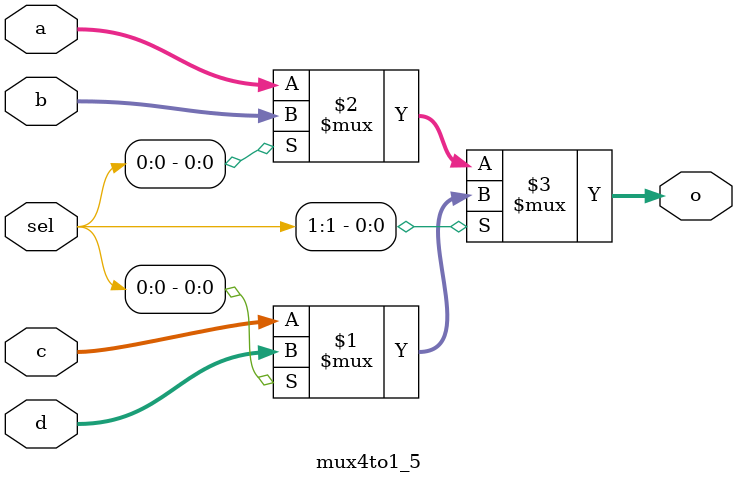
<source format=v>

module mux2to1_32(
    input [31:0] a,
    input [31:0] b,
    input sel,
    output [31:0] o
    );
assign o = sel ? a : b;

endmodule

module mux4to1_32(
    input [31:0] a,
	 input [31:0] b,
	 input [31:0] c,
	 input [31:0] d,
    input [1:0] sel,
    output [31:0] o
    );
assign o = sel[1] ? (sel[0]? d: c) : (sel[0]? b: a) ;

endmodule

module mux4to1_5(
    input [5:0] a,
	 input [5:0] b,
	 input [5:0] c,
	 input [5:0] d,
    input [1:0] sel,
    output [5:0] o
    );
assign o = sel[1] ? (sel[0]? d: c) : (sel[0]? b: a) ;

endmodule

</source>
